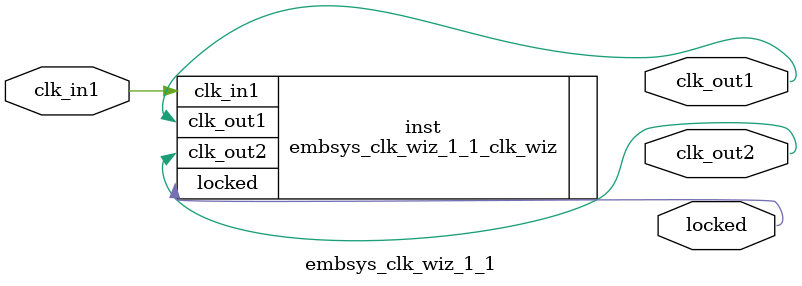
<source format=v>


`timescale 1ps/1ps

(* CORE_GENERATION_INFO = "embsys_clk_wiz_1_1,clk_wiz_v6_0_1_0_0,{component_name=embsys_clk_wiz_1_1,use_phase_alignment=true,use_min_o_jitter=false,use_max_i_jitter=false,use_dyn_phase_shift=false,use_inclk_switchover=false,use_dyn_reconfig=false,enable_axi=0,feedback_source=FDBK_AUTO,PRIMITIVE=MMCM,num_out_clk=2,clkin1_period=10.000,clkin2_period=10.000,use_power_down=false,use_reset=false,use_locked=true,use_inclk_stopped=false,feedback_type=SINGLE,CLOCK_MGR_TYPE=NA,manual_override=false}" *)

module embsys_clk_wiz_1_1 
 (
  // Clock out ports
  output        clk_out1,
  output        clk_out2,
  // Status and control signals
  output        locked,
 // Clock in ports
  input         clk_in1
 );

  embsys_clk_wiz_1_1_clk_wiz inst
  (
  // Clock out ports  
  .clk_out1(clk_out1),
  .clk_out2(clk_out2),
  // Status and control signals               
  .locked(locked),
 // Clock in ports
  .clk_in1(clk_in1)
  );

endmodule

</source>
